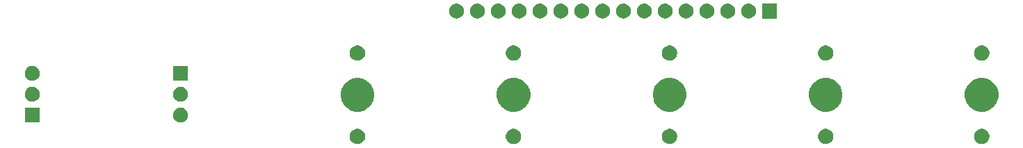
<source format=gbr>
G04 #@! TF.GenerationSoftware,KiCad,Pcbnew,(5.1.6)-1*
G04 #@! TF.CreationDate,2020-08-31T23:03:43-05:00*
G04 #@! TF.ProjectId,PikateaBSB,50696b61-7465-4614-9253-422e6b696361,rev?*
G04 #@! TF.SameCoordinates,Original*
G04 #@! TF.FileFunction,Soldermask,Bot*
G04 #@! TF.FilePolarity,Negative*
%FSLAX46Y46*%
G04 Gerber Fmt 4.6, Leading zero omitted, Abs format (unit mm)*
G04 Created by KiCad (PCBNEW (5.1.6)-1) date 2020-08-31 23:03:43*
%MOMM*%
%LPD*%
G01*
G04 APERTURE LIST*
%ADD10C,0.100000*%
G04 APERTURE END LIST*
D10*
G36*
X157670104Y-63789585D02*
G01*
X157838626Y-63859389D01*
X157990291Y-63960728D01*
X158119272Y-64089709D01*
X158220611Y-64241374D01*
X158290415Y-64409896D01*
X158326000Y-64588797D01*
X158326000Y-64771203D01*
X158290415Y-64950104D01*
X158220611Y-65118626D01*
X158119272Y-65270291D01*
X157990291Y-65399272D01*
X157838626Y-65500611D01*
X157670104Y-65570415D01*
X157491203Y-65606000D01*
X157308797Y-65606000D01*
X157129896Y-65570415D01*
X156961374Y-65500611D01*
X156809709Y-65399272D01*
X156680728Y-65270291D01*
X156579389Y-65118626D01*
X156509585Y-64950104D01*
X156474000Y-64771203D01*
X156474000Y-64588797D01*
X156509585Y-64409896D01*
X156579389Y-64241374D01*
X156680728Y-64089709D01*
X156809709Y-63960728D01*
X156961374Y-63859389D01*
X157129896Y-63789585D01*
X157308797Y-63754000D01*
X157491203Y-63754000D01*
X157670104Y-63789585D01*
G37*
G36*
X214670104Y-63789585D02*
G01*
X214838626Y-63859389D01*
X214990291Y-63960728D01*
X215119272Y-64089709D01*
X215220611Y-64241374D01*
X215290415Y-64409896D01*
X215326000Y-64588797D01*
X215326000Y-64771203D01*
X215290415Y-64950104D01*
X215220611Y-65118626D01*
X215119272Y-65270291D01*
X214990291Y-65399272D01*
X214838626Y-65500611D01*
X214670104Y-65570415D01*
X214491203Y-65606000D01*
X214308797Y-65606000D01*
X214129896Y-65570415D01*
X213961374Y-65500611D01*
X213809709Y-65399272D01*
X213680728Y-65270291D01*
X213579389Y-65118626D01*
X213509585Y-64950104D01*
X213474000Y-64771203D01*
X213474000Y-64588797D01*
X213509585Y-64409896D01*
X213579389Y-64241374D01*
X213680728Y-64089709D01*
X213809709Y-63960728D01*
X213961374Y-63859389D01*
X214129896Y-63789585D01*
X214308797Y-63754000D01*
X214491203Y-63754000D01*
X214670104Y-63789585D01*
G37*
G36*
X195670104Y-63789585D02*
G01*
X195838626Y-63859389D01*
X195990291Y-63960728D01*
X196119272Y-64089709D01*
X196220611Y-64241374D01*
X196290415Y-64409896D01*
X196326000Y-64588797D01*
X196326000Y-64771203D01*
X196290415Y-64950104D01*
X196220611Y-65118626D01*
X196119272Y-65270291D01*
X195990291Y-65399272D01*
X195838626Y-65500611D01*
X195670104Y-65570415D01*
X195491203Y-65606000D01*
X195308797Y-65606000D01*
X195129896Y-65570415D01*
X194961374Y-65500611D01*
X194809709Y-65399272D01*
X194680728Y-65270291D01*
X194579389Y-65118626D01*
X194509585Y-64950104D01*
X194474000Y-64771203D01*
X194474000Y-64588797D01*
X194509585Y-64409896D01*
X194579389Y-64241374D01*
X194680728Y-64089709D01*
X194809709Y-63960728D01*
X194961374Y-63859389D01*
X195129896Y-63789585D01*
X195308797Y-63754000D01*
X195491203Y-63754000D01*
X195670104Y-63789585D01*
G37*
G36*
X176670104Y-63789585D02*
G01*
X176838626Y-63859389D01*
X176990291Y-63960728D01*
X177119272Y-64089709D01*
X177220611Y-64241374D01*
X177290415Y-64409896D01*
X177326000Y-64588797D01*
X177326000Y-64771203D01*
X177290415Y-64950104D01*
X177220611Y-65118626D01*
X177119272Y-65270291D01*
X176990291Y-65399272D01*
X176838626Y-65500611D01*
X176670104Y-65570415D01*
X176491203Y-65606000D01*
X176308797Y-65606000D01*
X176129896Y-65570415D01*
X175961374Y-65500611D01*
X175809709Y-65399272D01*
X175680728Y-65270291D01*
X175579389Y-65118626D01*
X175509585Y-64950104D01*
X175474000Y-64771203D01*
X175474000Y-64588797D01*
X175509585Y-64409896D01*
X175579389Y-64241374D01*
X175680728Y-64089709D01*
X175809709Y-63960728D01*
X175961374Y-63859389D01*
X176129896Y-63789585D01*
X176308797Y-63754000D01*
X176491203Y-63754000D01*
X176670104Y-63789585D01*
G37*
G36*
X233670104Y-63789585D02*
G01*
X233838626Y-63859389D01*
X233990291Y-63960728D01*
X234119272Y-64089709D01*
X234220611Y-64241374D01*
X234290415Y-64409896D01*
X234326000Y-64588797D01*
X234326000Y-64771203D01*
X234290415Y-64950104D01*
X234220611Y-65118626D01*
X234119272Y-65270291D01*
X233990291Y-65399272D01*
X233838626Y-65500611D01*
X233670104Y-65570415D01*
X233491203Y-65606000D01*
X233308797Y-65606000D01*
X233129896Y-65570415D01*
X232961374Y-65500611D01*
X232809709Y-65399272D01*
X232680728Y-65270291D01*
X232579389Y-65118626D01*
X232509585Y-64950104D01*
X232474000Y-64771203D01*
X232474000Y-64588797D01*
X232509585Y-64409896D01*
X232579389Y-64241374D01*
X232680728Y-64089709D01*
X232809709Y-63960728D01*
X232961374Y-63859389D01*
X233129896Y-63789585D01*
X233308797Y-63754000D01*
X233491203Y-63754000D01*
X233670104Y-63789585D01*
G37*
G36*
X118701000Y-62981000D02*
G01*
X116899000Y-62981000D01*
X116899000Y-61179000D01*
X118701000Y-61179000D01*
X118701000Y-62981000D01*
G37*
G36*
X135972512Y-61183927D02*
G01*
X136121812Y-61213624D01*
X136285784Y-61281544D01*
X136433354Y-61380147D01*
X136558853Y-61505646D01*
X136657456Y-61653216D01*
X136725376Y-61817188D01*
X136760000Y-61991259D01*
X136760000Y-62168741D01*
X136725376Y-62342812D01*
X136657456Y-62506784D01*
X136558853Y-62654354D01*
X136433354Y-62779853D01*
X136285784Y-62878456D01*
X136121812Y-62946376D01*
X135972512Y-62976073D01*
X135947742Y-62981000D01*
X135770258Y-62981000D01*
X135745488Y-62976073D01*
X135596188Y-62946376D01*
X135432216Y-62878456D01*
X135284646Y-62779853D01*
X135159147Y-62654354D01*
X135060544Y-62506784D01*
X134992624Y-62342812D01*
X134958000Y-62168741D01*
X134958000Y-61991259D01*
X134992624Y-61817188D01*
X135060544Y-61653216D01*
X135159147Y-61505646D01*
X135284646Y-61380147D01*
X135432216Y-61281544D01*
X135596188Y-61213624D01*
X135745488Y-61183927D01*
X135770258Y-61179000D01*
X135947742Y-61179000D01*
X135972512Y-61183927D01*
G37*
G36*
X214996474Y-57633684D02*
G01*
X215214474Y-57723983D01*
X215368623Y-57787833D01*
X215703548Y-58011623D01*
X215988377Y-58296452D01*
X216212167Y-58631377D01*
X216257799Y-58741544D01*
X216366316Y-59003526D01*
X216444900Y-59398594D01*
X216444900Y-59801406D01*
X216366316Y-60196474D01*
X216307505Y-60338456D01*
X216212167Y-60568623D01*
X215988377Y-60903548D01*
X215703548Y-61188377D01*
X215368623Y-61412167D01*
X215214474Y-61476017D01*
X214996474Y-61566316D01*
X214601406Y-61644900D01*
X214198594Y-61644900D01*
X213803526Y-61566316D01*
X213585526Y-61476017D01*
X213431377Y-61412167D01*
X213096452Y-61188377D01*
X212811623Y-60903548D01*
X212587833Y-60568623D01*
X212492495Y-60338456D01*
X212433684Y-60196474D01*
X212355100Y-59801406D01*
X212355100Y-59398594D01*
X212433684Y-59003526D01*
X212542201Y-58741544D01*
X212587833Y-58631377D01*
X212811623Y-58296452D01*
X213096452Y-58011623D01*
X213431377Y-57787833D01*
X213585526Y-57723983D01*
X213803526Y-57633684D01*
X214198594Y-57555100D01*
X214601406Y-57555100D01*
X214996474Y-57633684D01*
G37*
G36*
X176996474Y-57633684D02*
G01*
X177214474Y-57723983D01*
X177368623Y-57787833D01*
X177703548Y-58011623D01*
X177988377Y-58296452D01*
X178212167Y-58631377D01*
X178257799Y-58741544D01*
X178366316Y-59003526D01*
X178444900Y-59398594D01*
X178444900Y-59801406D01*
X178366316Y-60196474D01*
X178307505Y-60338456D01*
X178212167Y-60568623D01*
X177988377Y-60903548D01*
X177703548Y-61188377D01*
X177368623Y-61412167D01*
X177214474Y-61476017D01*
X176996474Y-61566316D01*
X176601406Y-61644900D01*
X176198594Y-61644900D01*
X175803526Y-61566316D01*
X175585526Y-61476017D01*
X175431377Y-61412167D01*
X175096452Y-61188377D01*
X174811623Y-60903548D01*
X174587833Y-60568623D01*
X174492495Y-60338456D01*
X174433684Y-60196474D01*
X174355100Y-59801406D01*
X174355100Y-59398594D01*
X174433684Y-59003526D01*
X174542201Y-58741544D01*
X174587833Y-58631377D01*
X174811623Y-58296452D01*
X175096452Y-58011623D01*
X175431377Y-57787833D01*
X175585526Y-57723983D01*
X175803526Y-57633684D01*
X176198594Y-57555100D01*
X176601406Y-57555100D01*
X176996474Y-57633684D01*
G37*
G36*
X233996474Y-57633684D02*
G01*
X234214474Y-57723983D01*
X234368623Y-57787833D01*
X234703548Y-58011623D01*
X234988377Y-58296452D01*
X235212167Y-58631377D01*
X235257799Y-58741544D01*
X235366316Y-59003526D01*
X235444900Y-59398594D01*
X235444900Y-59801406D01*
X235366316Y-60196474D01*
X235307505Y-60338456D01*
X235212167Y-60568623D01*
X234988377Y-60903548D01*
X234703548Y-61188377D01*
X234368623Y-61412167D01*
X234214474Y-61476017D01*
X233996474Y-61566316D01*
X233601406Y-61644900D01*
X233198594Y-61644900D01*
X232803526Y-61566316D01*
X232585526Y-61476017D01*
X232431377Y-61412167D01*
X232096452Y-61188377D01*
X231811623Y-60903548D01*
X231587833Y-60568623D01*
X231492495Y-60338456D01*
X231433684Y-60196474D01*
X231355100Y-59801406D01*
X231355100Y-59398594D01*
X231433684Y-59003526D01*
X231542201Y-58741544D01*
X231587833Y-58631377D01*
X231811623Y-58296452D01*
X232096452Y-58011623D01*
X232431377Y-57787833D01*
X232585526Y-57723983D01*
X232803526Y-57633684D01*
X233198594Y-57555100D01*
X233601406Y-57555100D01*
X233996474Y-57633684D01*
G37*
G36*
X157996474Y-57633684D02*
G01*
X158214474Y-57723983D01*
X158368623Y-57787833D01*
X158703548Y-58011623D01*
X158988377Y-58296452D01*
X159212167Y-58631377D01*
X159257799Y-58741544D01*
X159366316Y-59003526D01*
X159444900Y-59398594D01*
X159444900Y-59801406D01*
X159366316Y-60196474D01*
X159307505Y-60338456D01*
X159212167Y-60568623D01*
X158988377Y-60903548D01*
X158703548Y-61188377D01*
X158368623Y-61412167D01*
X158214474Y-61476017D01*
X157996474Y-61566316D01*
X157601406Y-61644900D01*
X157198594Y-61644900D01*
X156803526Y-61566316D01*
X156585526Y-61476017D01*
X156431377Y-61412167D01*
X156096452Y-61188377D01*
X155811623Y-60903548D01*
X155587833Y-60568623D01*
X155492495Y-60338456D01*
X155433684Y-60196474D01*
X155355100Y-59801406D01*
X155355100Y-59398594D01*
X155433684Y-59003526D01*
X155542201Y-58741544D01*
X155587833Y-58631377D01*
X155811623Y-58296452D01*
X156096452Y-58011623D01*
X156431377Y-57787833D01*
X156585526Y-57723983D01*
X156803526Y-57633684D01*
X157198594Y-57555100D01*
X157601406Y-57555100D01*
X157996474Y-57633684D01*
G37*
G36*
X195996474Y-57633684D02*
G01*
X196214474Y-57723983D01*
X196368623Y-57787833D01*
X196703548Y-58011623D01*
X196988377Y-58296452D01*
X197212167Y-58631377D01*
X197257799Y-58741544D01*
X197366316Y-59003526D01*
X197444900Y-59398594D01*
X197444900Y-59801406D01*
X197366316Y-60196474D01*
X197307505Y-60338456D01*
X197212167Y-60568623D01*
X196988377Y-60903548D01*
X196703548Y-61188377D01*
X196368623Y-61412167D01*
X196214474Y-61476017D01*
X195996474Y-61566316D01*
X195601406Y-61644900D01*
X195198594Y-61644900D01*
X194803526Y-61566316D01*
X194585526Y-61476017D01*
X194431377Y-61412167D01*
X194096452Y-61188377D01*
X193811623Y-60903548D01*
X193587833Y-60568623D01*
X193492495Y-60338456D01*
X193433684Y-60196474D01*
X193355100Y-59801406D01*
X193355100Y-59398594D01*
X193433684Y-59003526D01*
X193542201Y-58741544D01*
X193587833Y-58631377D01*
X193811623Y-58296452D01*
X194096452Y-58011623D01*
X194431377Y-57787833D01*
X194585526Y-57723983D01*
X194803526Y-57633684D01*
X195198594Y-57555100D01*
X195601406Y-57555100D01*
X195996474Y-57633684D01*
G37*
G36*
X117913512Y-58643927D02*
G01*
X118062812Y-58673624D01*
X118226784Y-58741544D01*
X118374354Y-58840147D01*
X118499853Y-58965646D01*
X118598456Y-59113216D01*
X118666376Y-59277188D01*
X118701000Y-59451259D01*
X118701000Y-59628741D01*
X118666376Y-59802812D01*
X118598456Y-59966784D01*
X118499853Y-60114354D01*
X118374354Y-60239853D01*
X118226784Y-60338456D01*
X118062812Y-60406376D01*
X117913512Y-60436073D01*
X117888742Y-60441000D01*
X117711258Y-60441000D01*
X117686488Y-60436073D01*
X117537188Y-60406376D01*
X117373216Y-60338456D01*
X117225646Y-60239853D01*
X117100147Y-60114354D01*
X117001544Y-59966784D01*
X116933624Y-59802812D01*
X116899000Y-59628741D01*
X116899000Y-59451259D01*
X116933624Y-59277188D01*
X117001544Y-59113216D01*
X117100147Y-58965646D01*
X117225646Y-58840147D01*
X117373216Y-58741544D01*
X117537188Y-58673624D01*
X117686488Y-58643927D01*
X117711258Y-58639000D01*
X117888742Y-58639000D01*
X117913512Y-58643927D01*
G37*
G36*
X135972512Y-58643927D02*
G01*
X136121812Y-58673624D01*
X136285784Y-58741544D01*
X136433354Y-58840147D01*
X136558853Y-58965646D01*
X136657456Y-59113216D01*
X136725376Y-59277188D01*
X136760000Y-59451259D01*
X136760000Y-59628741D01*
X136725376Y-59802812D01*
X136657456Y-59966784D01*
X136558853Y-60114354D01*
X136433354Y-60239853D01*
X136285784Y-60338456D01*
X136121812Y-60406376D01*
X135972512Y-60436073D01*
X135947742Y-60441000D01*
X135770258Y-60441000D01*
X135745488Y-60436073D01*
X135596188Y-60406376D01*
X135432216Y-60338456D01*
X135284646Y-60239853D01*
X135159147Y-60114354D01*
X135060544Y-59966784D01*
X134992624Y-59802812D01*
X134958000Y-59628741D01*
X134958000Y-59451259D01*
X134992624Y-59277188D01*
X135060544Y-59113216D01*
X135159147Y-58965646D01*
X135284646Y-58840147D01*
X135432216Y-58741544D01*
X135596188Y-58673624D01*
X135745488Y-58643927D01*
X135770258Y-58639000D01*
X135947742Y-58639000D01*
X135972512Y-58643927D01*
G37*
G36*
X136760000Y-57901000D02*
G01*
X134958000Y-57901000D01*
X134958000Y-56099000D01*
X136760000Y-56099000D01*
X136760000Y-57901000D01*
G37*
G36*
X117913512Y-56103927D02*
G01*
X118062812Y-56133624D01*
X118226784Y-56201544D01*
X118374354Y-56300147D01*
X118499853Y-56425646D01*
X118598456Y-56573216D01*
X118666376Y-56737188D01*
X118701000Y-56911259D01*
X118701000Y-57088741D01*
X118666376Y-57262812D01*
X118598456Y-57426784D01*
X118499853Y-57574354D01*
X118374354Y-57699853D01*
X118226784Y-57798456D01*
X118062812Y-57866376D01*
X117913512Y-57896073D01*
X117888742Y-57901000D01*
X117711258Y-57901000D01*
X117686488Y-57896073D01*
X117537188Y-57866376D01*
X117373216Y-57798456D01*
X117225646Y-57699853D01*
X117100147Y-57574354D01*
X117001544Y-57426784D01*
X116933624Y-57262812D01*
X116899000Y-57088741D01*
X116899000Y-56911259D01*
X116933624Y-56737188D01*
X117001544Y-56573216D01*
X117100147Y-56425646D01*
X117225646Y-56300147D01*
X117373216Y-56201544D01*
X117537188Y-56133624D01*
X117686488Y-56103927D01*
X117711258Y-56099000D01*
X117888742Y-56099000D01*
X117913512Y-56103927D01*
G37*
G36*
X195670104Y-53629585D02*
G01*
X195838626Y-53699389D01*
X195990291Y-53800728D01*
X196119272Y-53929709D01*
X196220611Y-54081374D01*
X196290415Y-54249896D01*
X196326000Y-54428797D01*
X196326000Y-54611203D01*
X196290415Y-54790104D01*
X196220611Y-54958626D01*
X196119272Y-55110291D01*
X195990291Y-55239272D01*
X195838626Y-55340611D01*
X195670104Y-55410415D01*
X195491203Y-55446000D01*
X195308797Y-55446000D01*
X195129896Y-55410415D01*
X194961374Y-55340611D01*
X194809709Y-55239272D01*
X194680728Y-55110291D01*
X194579389Y-54958626D01*
X194509585Y-54790104D01*
X194474000Y-54611203D01*
X194474000Y-54428797D01*
X194509585Y-54249896D01*
X194579389Y-54081374D01*
X194680728Y-53929709D01*
X194809709Y-53800728D01*
X194961374Y-53699389D01*
X195129896Y-53629585D01*
X195308797Y-53594000D01*
X195491203Y-53594000D01*
X195670104Y-53629585D01*
G37*
G36*
X214670104Y-53629585D02*
G01*
X214838626Y-53699389D01*
X214990291Y-53800728D01*
X215119272Y-53929709D01*
X215220611Y-54081374D01*
X215290415Y-54249896D01*
X215326000Y-54428797D01*
X215326000Y-54611203D01*
X215290415Y-54790104D01*
X215220611Y-54958626D01*
X215119272Y-55110291D01*
X214990291Y-55239272D01*
X214838626Y-55340611D01*
X214670104Y-55410415D01*
X214491203Y-55446000D01*
X214308797Y-55446000D01*
X214129896Y-55410415D01*
X213961374Y-55340611D01*
X213809709Y-55239272D01*
X213680728Y-55110291D01*
X213579389Y-54958626D01*
X213509585Y-54790104D01*
X213474000Y-54611203D01*
X213474000Y-54428797D01*
X213509585Y-54249896D01*
X213579389Y-54081374D01*
X213680728Y-53929709D01*
X213809709Y-53800728D01*
X213961374Y-53699389D01*
X214129896Y-53629585D01*
X214308797Y-53594000D01*
X214491203Y-53594000D01*
X214670104Y-53629585D01*
G37*
G36*
X233670104Y-53629585D02*
G01*
X233838626Y-53699389D01*
X233990291Y-53800728D01*
X234119272Y-53929709D01*
X234220611Y-54081374D01*
X234290415Y-54249896D01*
X234326000Y-54428797D01*
X234326000Y-54611203D01*
X234290415Y-54790104D01*
X234220611Y-54958626D01*
X234119272Y-55110291D01*
X233990291Y-55239272D01*
X233838626Y-55340611D01*
X233670104Y-55410415D01*
X233491203Y-55446000D01*
X233308797Y-55446000D01*
X233129896Y-55410415D01*
X232961374Y-55340611D01*
X232809709Y-55239272D01*
X232680728Y-55110291D01*
X232579389Y-54958626D01*
X232509585Y-54790104D01*
X232474000Y-54611203D01*
X232474000Y-54428797D01*
X232509585Y-54249896D01*
X232579389Y-54081374D01*
X232680728Y-53929709D01*
X232809709Y-53800728D01*
X232961374Y-53699389D01*
X233129896Y-53629585D01*
X233308797Y-53594000D01*
X233491203Y-53594000D01*
X233670104Y-53629585D01*
G37*
G36*
X176670104Y-53629585D02*
G01*
X176838626Y-53699389D01*
X176990291Y-53800728D01*
X177119272Y-53929709D01*
X177220611Y-54081374D01*
X177290415Y-54249896D01*
X177326000Y-54428797D01*
X177326000Y-54611203D01*
X177290415Y-54790104D01*
X177220611Y-54958626D01*
X177119272Y-55110291D01*
X176990291Y-55239272D01*
X176838626Y-55340611D01*
X176670104Y-55410415D01*
X176491203Y-55446000D01*
X176308797Y-55446000D01*
X176129896Y-55410415D01*
X175961374Y-55340611D01*
X175809709Y-55239272D01*
X175680728Y-55110291D01*
X175579389Y-54958626D01*
X175509585Y-54790104D01*
X175474000Y-54611203D01*
X175474000Y-54428797D01*
X175509585Y-54249896D01*
X175579389Y-54081374D01*
X175680728Y-53929709D01*
X175809709Y-53800728D01*
X175961374Y-53699389D01*
X176129896Y-53629585D01*
X176308797Y-53594000D01*
X176491203Y-53594000D01*
X176670104Y-53629585D01*
G37*
G36*
X157670104Y-53629585D02*
G01*
X157838626Y-53699389D01*
X157990291Y-53800728D01*
X158119272Y-53929709D01*
X158220611Y-54081374D01*
X158290415Y-54249896D01*
X158326000Y-54428797D01*
X158326000Y-54611203D01*
X158290415Y-54790104D01*
X158220611Y-54958626D01*
X158119272Y-55110291D01*
X157990291Y-55239272D01*
X157838626Y-55340611D01*
X157670104Y-55410415D01*
X157491203Y-55446000D01*
X157308797Y-55446000D01*
X157129896Y-55410415D01*
X156961374Y-55340611D01*
X156809709Y-55239272D01*
X156680728Y-55110291D01*
X156579389Y-54958626D01*
X156509585Y-54790104D01*
X156474000Y-54611203D01*
X156474000Y-54428797D01*
X156509585Y-54249896D01*
X156579389Y-54081374D01*
X156680728Y-53929709D01*
X156809709Y-53800728D01*
X156961374Y-53699389D01*
X157129896Y-53629585D01*
X157308797Y-53594000D01*
X157491203Y-53594000D01*
X157670104Y-53629585D01*
G37*
G36*
X172113512Y-48503927D02*
G01*
X172262812Y-48533624D01*
X172426784Y-48601544D01*
X172574354Y-48700147D01*
X172699853Y-48825646D01*
X172798456Y-48973216D01*
X172866376Y-49137188D01*
X172901000Y-49311259D01*
X172901000Y-49488741D01*
X172866376Y-49662812D01*
X172798456Y-49826784D01*
X172699853Y-49974354D01*
X172574354Y-50099853D01*
X172426784Y-50198456D01*
X172262812Y-50266376D01*
X172113512Y-50296073D01*
X172088742Y-50301000D01*
X171911258Y-50301000D01*
X171886488Y-50296073D01*
X171737188Y-50266376D01*
X171573216Y-50198456D01*
X171425646Y-50099853D01*
X171300147Y-49974354D01*
X171201544Y-49826784D01*
X171133624Y-49662812D01*
X171099000Y-49488741D01*
X171099000Y-49311259D01*
X171133624Y-49137188D01*
X171201544Y-48973216D01*
X171300147Y-48825646D01*
X171425646Y-48700147D01*
X171573216Y-48601544D01*
X171737188Y-48533624D01*
X171886488Y-48503927D01*
X171911258Y-48499000D01*
X172088742Y-48499000D01*
X172113512Y-48503927D01*
G37*
G36*
X174653512Y-48503927D02*
G01*
X174802812Y-48533624D01*
X174966784Y-48601544D01*
X175114354Y-48700147D01*
X175239853Y-48825646D01*
X175338456Y-48973216D01*
X175406376Y-49137188D01*
X175441000Y-49311259D01*
X175441000Y-49488741D01*
X175406376Y-49662812D01*
X175338456Y-49826784D01*
X175239853Y-49974354D01*
X175114354Y-50099853D01*
X174966784Y-50198456D01*
X174802812Y-50266376D01*
X174653512Y-50296073D01*
X174628742Y-50301000D01*
X174451258Y-50301000D01*
X174426488Y-50296073D01*
X174277188Y-50266376D01*
X174113216Y-50198456D01*
X173965646Y-50099853D01*
X173840147Y-49974354D01*
X173741544Y-49826784D01*
X173673624Y-49662812D01*
X173639000Y-49488741D01*
X173639000Y-49311259D01*
X173673624Y-49137188D01*
X173741544Y-48973216D01*
X173840147Y-48825646D01*
X173965646Y-48700147D01*
X174113216Y-48601544D01*
X174277188Y-48533624D01*
X174426488Y-48503927D01*
X174451258Y-48499000D01*
X174628742Y-48499000D01*
X174653512Y-48503927D01*
G37*
G36*
X177193512Y-48503927D02*
G01*
X177342812Y-48533624D01*
X177506784Y-48601544D01*
X177654354Y-48700147D01*
X177779853Y-48825646D01*
X177878456Y-48973216D01*
X177946376Y-49137188D01*
X177981000Y-49311259D01*
X177981000Y-49488741D01*
X177946376Y-49662812D01*
X177878456Y-49826784D01*
X177779853Y-49974354D01*
X177654354Y-50099853D01*
X177506784Y-50198456D01*
X177342812Y-50266376D01*
X177193512Y-50296073D01*
X177168742Y-50301000D01*
X176991258Y-50301000D01*
X176966488Y-50296073D01*
X176817188Y-50266376D01*
X176653216Y-50198456D01*
X176505646Y-50099853D01*
X176380147Y-49974354D01*
X176281544Y-49826784D01*
X176213624Y-49662812D01*
X176179000Y-49488741D01*
X176179000Y-49311259D01*
X176213624Y-49137188D01*
X176281544Y-48973216D01*
X176380147Y-48825646D01*
X176505646Y-48700147D01*
X176653216Y-48601544D01*
X176817188Y-48533624D01*
X176966488Y-48503927D01*
X176991258Y-48499000D01*
X177168742Y-48499000D01*
X177193512Y-48503927D01*
G37*
G36*
X179733512Y-48503927D02*
G01*
X179882812Y-48533624D01*
X180046784Y-48601544D01*
X180194354Y-48700147D01*
X180319853Y-48825646D01*
X180418456Y-48973216D01*
X180486376Y-49137188D01*
X180521000Y-49311259D01*
X180521000Y-49488741D01*
X180486376Y-49662812D01*
X180418456Y-49826784D01*
X180319853Y-49974354D01*
X180194354Y-50099853D01*
X180046784Y-50198456D01*
X179882812Y-50266376D01*
X179733512Y-50296073D01*
X179708742Y-50301000D01*
X179531258Y-50301000D01*
X179506488Y-50296073D01*
X179357188Y-50266376D01*
X179193216Y-50198456D01*
X179045646Y-50099853D01*
X178920147Y-49974354D01*
X178821544Y-49826784D01*
X178753624Y-49662812D01*
X178719000Y-49488741D01*
X178719000Y-49311259D01*
X178753624Y-49137188D01*
X178821544Y-48973216D01*
X178920147Y-48825646D01*
X179045646Y-48700147D01*
X179193216Y-48601544D01*
X179357188Y-48533624D01*
X179506488Y-48503927D01*
X179531258Y-48499000D01*
X179708742Y-48499000D01*
X179733512Y-48503927D01*
G37*
G36*
X169573512Y-48503927D02*
G01*
X169722812Y-48533624D01*
X169886784Y-48601544D01*
X170034354Y-48700147D01*
X170159853Y-48825646D01*
X170258456Y-48973216D01*
X170326376Y-49137188D01*
X170361000Y-49311259D01*
X170361000Y-49488741D01*
X170326376Y-49662812D01*
X170258456Y-49826784D01*
X170159853Y-49974354D01*
X170034354Y-50099853D01*
X169886784Y-50198456D01*
X169722812Y-50266376D01*
X169573512Y-50296073D01*
X169548742Y-50301000D01*
X169371258Y-50301000D01*
X169346488Y-50296073D01*
X169197188Y-50266376D01*
X169033216Y-50198456D01*
X168885646Y-50099853D01*
X168760147Y-49974354D01*
X168661544Y-49826784D01*
X168593624Y-49662812D01*
X168559000Y-49488741D01*
X168559000Y-49311259D01*
X168593624Y-49137188D01*
X168661544Y-48973216D01*
X168760147Y-48825646D01*
X168885646Y-48700147D01*
X169033216Y-48601544D01*
X169197188Y-48533624D01*
X169346488Y-48503927D01*
X169371258Y-48499000D01*
X169548742Y-48499000D01*
X169573512Y-48503927D01*
G37*
G36*
X194973512Y-48503927D02*
G01*
X195122812Y-48533624D01*
X195286784Y-48601544D01*
X195434354Y-48700147D01*
X195559853Y-48825646D01*
X195658456Y-48973216D01*
X195726376Y-49137188D01*
X195761000Y-49311259D01*
X195761000Y-49488741D01*
X195726376Y-49662812D01*
X195658456Y-49826784D01*
X195559853Y-49974354D01*
X195434354Y-50099853D01*
X195286784Y-50198456D01*
X195122812Y-50266376D01*
X194973512Y-50296073D01*
X194948742Y-50301000D01*
X194771258Y-50301000D01*
X194746488Y-50296073D01*
X194597188Y-50266376D01*
X194433216Y-50198456D01*
X194285646Y-50099853D01*
X194160147Y-49974354D01*
X194061544Y-49826784D01*
X193993624Y-49662812D01*
X193959000Y-49488741D01*
X193959000Y-49311259D01*
X193993624Y-49137188D01*
X194061544Y-48973216D01*
X194160147Y-48825646D01*
X194285646Y-48700147D01*
X194433216Y-48601544D01*
X194597188Y-48533624D01*
X194746488Y-48503927D01*
X194771258Y-48499000D01*
X194948742Y-48499000D01*
X194973512Y-48503927D01*
G37*
G36*
X192433512Y-48503927D02*
G01*
X192582812Y-48533624D01*
X192746784Y-48601544D01*
X192894354Y-48700147D01*
X193019853Y-48825646D01*
X193118456Y-48973216D01*
X193186376Y-49137188D01*
X193221000Y-49311259D01*
X193221000Y-49488741D01*
X193186376Y-49662812D01*
X193118456Y-49826784D01*
X193019853Y-49974354D01*
X192894354Y-50099853D01*
X192746784Y-50198456D01*
X192582812Y-50266376D01*
X192433512Y-50296073D01*
X192408742Y-50301000D01*
X192231258Y-50301000D01*
X192206488Y-50296073D01*
X192057188Y-50266376D01*
X191893216Y-50198456D01*
X191745646Y-50099853D01*
X191620147Y-49974354D01*
X191521544Y-49826784D01*
X191453624Y-49662812D01*
X191419000Y-49488741D01*
X191419000Y-49311259D01*
X191453624Y-49137188D01*
X191521544Y-48973216D01*
X191620147Y-48825646D01*
X191745646Y-48700147D01*
X191893216Y-48601544D01*
X192057188Y-48533624D01*
X192206488Y-48503927D01*
X192231258Y-48499000D01*
X192408742Y-48499000D01*
X192433512Y-48503927D01*
G37*
G36*
X189893512Y-48503927D02*
G01*
X190042812Y-48533624D01*
X190206784Y-48601544D01*
X190354354Y-48700147D01*
X190479853Y-48825646D01*
X190578456Y-48973216D01*
X190646376Y-49137188D01*
X190681000Y-49311259D01*
X190681000Y-49488741D01*
X190646376Y-49662812D01*
X190578456Y-49826784D01*
X190479853Y-49974354D01*
X190354354Y-50099853D01*
X190206784Y-50198456D01*
X190042812Y-50266376D01*
X189893512Y-50296073D01*
X189868742Y-50301000D01*
X189691258Y-50301000D01*
X189666488Y-50296073D01*
X189517188Y-50266376D01*
X189353216Y-50198456D01*
X189205646Y-50099853D01*
X189080147Y-49974354D01*
X188981544Y-49826784D01*
X188913624Y-49662812D01*
X188879000Y-49488741D01*
X188879000Y-49311259D01*
X188913624Y-49137188D01*
X188981544Y-48973216D01*
X189080147Y-48825646D01*
X189205646Y-48700147D01*
X189353216Y-48601544D01*
X189517188Y-48533624D01*
X189666488Y-48503927D01*
X189691258Y-48499000D01*
X189868742Y-48499000D01*
X189893512Y-48503927D01*
G37*
G36*
X187353512Y-48503927D02*
G01*
X187502812Y-48533624D01*
X187666784Y-48601544D01*
X187814354Y-48700147D01*
X187939853Y-48825646D01*
X188038456Y-48973216D01*
X188106376Y-49137188D01*
X188141000Y-49311259D01*
X188141000Y-49488741D01*
X188106376Y-49662812D01*
X188038456Y-49826784D01*
X187939853Y-49974354D01*
X187814354Y-50099853D01*
X187666784Y-50198456D01*
X187502812Y-50266376D01*
X187353512Y-50296073D01*
X187328742Y-50301000D01*
X187151258Y-50301000D01*
X187126488Y-50296073D01*
X186977188Y-50266376D01*
X186813216Y-50198456D01*
X186665646Y-50099853D01*
X186540147Y-49974354D01*
X186441544Y-49826784D01*
X186373624Y-49662812D01*
X186339000Y-49488741D01*
X186339000Y-49311259D01*
X186373624Y-49137188D01*
X186441544Y-48973216D01*
X186540147Y-48825646D01*
X186665646Y-48700147D01*
X186813216Y-48601544D01*
X186977188Y-48533624D01*
X187126488Y-48503927D01*
X187151258Y-48499000D01*
X187328742Y-48499000D01*
X187353512Y-48503927D01*
G37*
G36*
X184813512Y-48503927D02*
G01*
X184962812Y-48533624D01*
X185126784Y-48601544D01*
X185274354Y-48700147D01*
X185399853Y-48825646D01*
X185498456Y-48973216D01*
X185566376Y-49137188D01*
X185601000Y-49311259D01*
X185601000Y-49488741D01*
X185566376Y-49662812D01*
X185498456Y-49826784D01*
X185399853Y-49974354D01*
X185274354Y-50099853D01*
X185126784Y-50198456D01*
X184962812Y-50266376D01*
X184813512Y-50296073D01*
X184788742Y-50301000D01*
X184611258Y-50301000D01*
X184586488Y-50296073D01*
X184437188Y-50266376D01*
X184273216Y-50198456D01*
X184125646Y-50099853D01*
X184000147Y-49974354D01*
X183901544Y-49826784D01*
X183833624Y-49662812D01*
X183799000Y-49488741D01*
X183799000Y-49311259D01*
X183833624Y-49137188D01*
X183901544Y-48973216D01*
X184000147Y-48825646D01*
X184125646Y-48700147D01*
X184273216Y-48601544D01*
X184437188Y-48533624D01*
X184586488Y-48503927D01*
X184611258Y-48499000D01*
X184788742Y-48499000D01*
X184813512Y-48503927D01*
G37*
G36*
X182273512Y-48503927D02*
G01*
X182422812Y-48533624D01*
X182586784Y-48601544D01*
X182734354Y-48700147D01*
X182859853Y-48825646D01*
X182958456Y-48973216D01*
X183026376Y-49137188D01*
X183061000Y-49311259D01*
X183061000Y-49488741D01*
X183026376Y-49662812D01*
X182958456Y-49826784D01*
X182859853Y-49974354D01*
X182734354Y-50099853D01*
X182586784Y-50198456D01*
X182422812Y-50266376D01*
X182273512Y-50296073D01*
X182248742Y-50301000D01*
X182071258Y-50301000D01*
X182046488Y-50296073D01*
X181897188Y-50266376D01*
X181733216Y-50198456D01*
X181585646Y-50099853D01*
X181460147Y-49974354D01*
X181361544Y-49826784D01*
X181293624Y-49662812D01*
X181259000Y-49488741D01*
X181259000Y-49311259D01*
X181293624Y-49137188D01*
X181361544Y-48973216D01*
X181460147Y-48825646D01*
X181585646Y-48700147D01*
X181733216Y-48601544D01*
X181897188Y-48533624D01*
X182046488Y-48503927D01*
X182071258Y-48499000D01*
X182248742Y-48499000D01*
X182273512Y-48503927D01*
G37*
G36*
X208461000Y-50301000D02*
G01*
X206659000Y-50301000D01*
X206659000Y-48499000D01*
X208461000Y-48499000D01*
X208461000Y-50301000D01*
G37*
G36*
X205133512Y-48503927D02*
G01*
X205282812Y-48533624D01*
X205446784Y-48601544D01*
X205594354Y-48700147D01*
X205719853Y-48825646D01*
X205818456Y-48973216D01*
X205886376Y-49137188D01*
X205921000Y-49311259D01*
X205921000Y-49488741D01*
X205886376Y-49662812D01*
X205818456Y-49826784D01*
X205719853Y-49974354D01*
X205594354Y-50099853D01*
X205446784Y-50198456D01*
X205282812Y-50266376D01*
X205133512Y-50296073D01*
X205108742Y-50301000D01*
X204931258Y-50301000D01*
X204906488Y-50296073D01*
X204757188Y-50266376D01*
X204593216Y-50198456D01*
X204445646Y-50099853D01*
X204320147Y-49974354D01*
X204221544Y-49826784D01*
X204153624Y-49662812D01*
X204119000Y-49488741D01*
X204119000Y-49311259D01*
X204153624Y-49137188D01*
X204221544Y-48973216D01*
X204320147Y-48825646D01*
X204445646Y-48700147D01*
X204593216Y-48601544D01*
X204757188Y-48533624D01*
X204906488Y-48503927D01*
X204931258Y-48499000D01*
X205108742Y-48499000D01*
X205133512Y-48503927D01*
G37*
G36*
X202593512Y-48503927D02*
G01*
X202742812Y-48533624D01*
X202906784Y-48601544D01*
X203054354Y-48700147D01*
X203179853Y-48825646D01*
X203278456Y-48973216D01*
X203346376Y-49137188D01*
X203381000Y-49311259D01*
X203381000Y-49488741D01*
X203346376Y-49662812D01*
X203278456Y-49826784D01*
X203179853Y-49974354D01*
X203054354Y-50099853D01*
X202906784Y-50198456D01*
X202742812Y-50266376D01*
X202593512Y-50296073D01*
X202568742Y-50301000D01*
X202391258Y-50301000D01*
X202366488Y-50296073D01*
X202217188Y-50266376D01*
X202053216Y-50198456D01*
X201905646Y-50099853D01*
X201780147Y-49974354D01*
X201681544Y-49826784D01*
X201613624Y-49662812D01*
X201579000Y-49488741D01*
X201579000Y-49311259D01*
X201613624Y-49137188D01*
X201681544Y-48973216D01*
X201780147Y-48825646D01*
X201905646Y-48700147D01*
X202053216Y-48601544D01*
X202217188Y-48533624D01*
X202366488Y-48503927D01*
X202391258Y-48499000D01*
X202568742Y-48499000D01*
X202593512Y-48503927D01*
G37*
G36*
X197513512Y-48503927D02*
G01*
X197662812Y-48533624D01*
X197826784Y-48601544D01*
X197974354Y-48700147D01*
X198099853Y-48825646D01*
X198198456Y-48973216D01*
X198266376Y-49137188D01*
X198301000Y-49311259D01*
X198301000Y-49488741D01*
X198266376Y-49662812D01*
X198198456Y-49826784D01*
X198099853Y-49974354D01*
X197974354Y-50099853D01*
X197826784Y-50198456D01*
X197662812Y-50266376D01*
X197513512Y-50296073D01*
X197488742Y-50301000D01*
X197311258Y-50301000D01*
X197286488Y-50296073D01*
X197137188Y-50266376D01*
X196973216Y-50198456D01*
X196825646Y-50099853D01*
X196700147Y-49974354D01*
X196601544Y-49826784D01*
X196533624Y-49662812D01*
X196499000Y-49488741D01*
X196499000Y-49311259D01*
X196533624Y-49137188D01*
X196601544Y-48973216D01*
X196700147Y-48825646D01*
X196825646Y-48700147D01*
X196973216Y-48601544D01*
X197137188Y-48533624D01*
X197286488Y-48503927D01*
X197311258Y-48499000D01*
X197488742Y-48499000D01*
X197513512Y-48503927D01*
G37*
G36*
X200053512Y-48503927D02*
G01*
X200202812Y-48533624D01*
X200366784Y-48601544D01*
X200514354Y-48700147D01*
X200639853Y-48825646D01*
X200738456Y-48973216D01*
X200806376Y-49137188D01*
X200841000Y-49311259D01*
X200841000Y-49488741D01*
X200806376Y-49662812D01*
X200738456Y-49826784D01*
X200639853Y-49974354D01*
X200514354Y-50099853D01*
X200366784Y-50198456D01*
X200202812Y-50266376D01*
X200053512Y-50296073D01*
X200028742Y-50301000D01*
X199851258Y-50301000D01*
X199826488Y-50296073D01*
X199677188Y-50266376D01*
X199513216Y-50198456D01*
X199365646Y-50099853D01*
X199240147Y-49974354D01*
X199141544Y-49826784D01*
X199073624Y-49662812D01*
X199039000Y-49488741D01*
X199039000Y-49311259D01*
X199073624Y-49137188D01*
X199141544Y-48973216D01*
X199240147Y-48825646D01*
X199365646Y-48700147D01*
X199513216Y-48601544D01*
X199677188Y-48533624D01*
X199826488Y-48503927D01*
X199851258Y-48499000D01*
X200028742Y-48499000D01*
X200053512Y-48503927D01*
G37*
M02*

</source>
